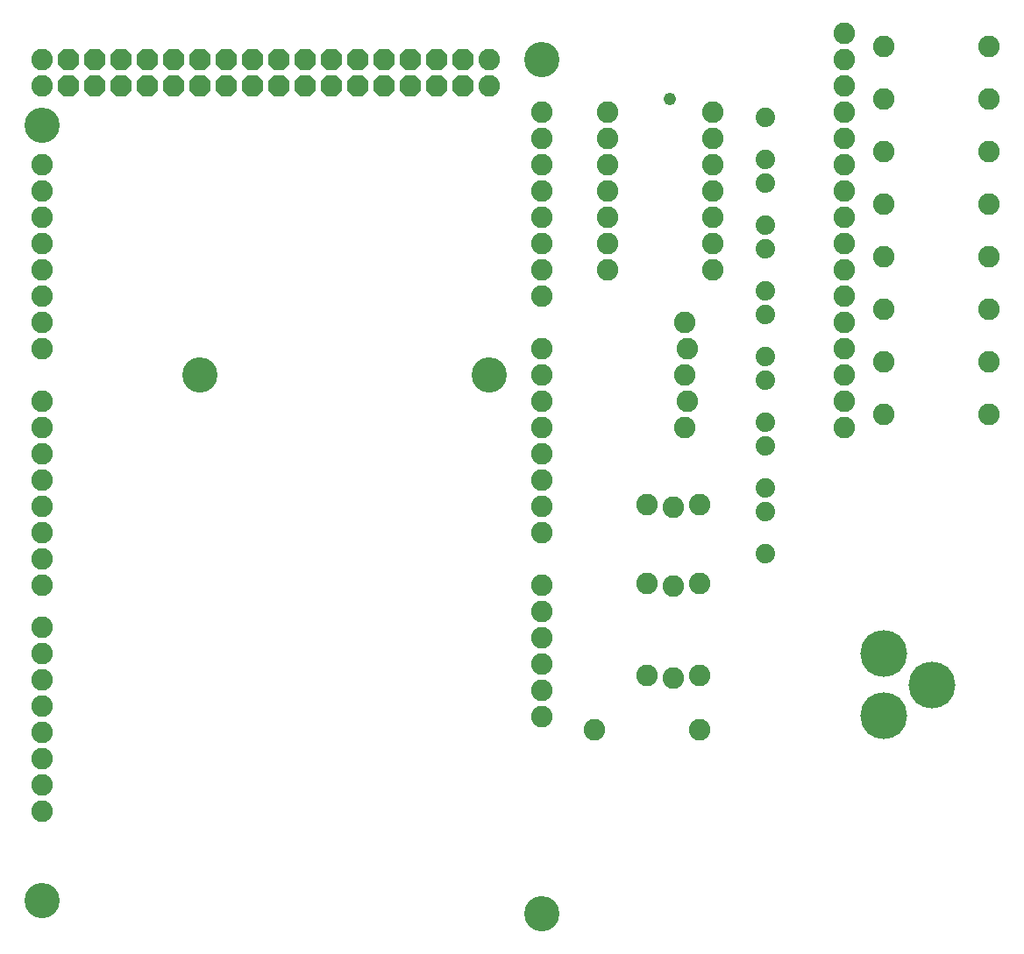
<source format=gts>
G75*
%MOIN*%
%OFA0B0*%
%FSLAX25Y25*%
%IPPOS*%
%LPD*%
%AMOC8*
5,1,8,0,0,1.08239X$1,22.5*
%
%ADD10C,0.08200*%
%ADD11OC8,0.08200*%
%ADD12C,0.13398*%
%ADD13C,0.07400*%
%ADD14C,0.17800*%
%ADD15C,0.04800*%
D10*
X0048333Y0184000D03*
X0048333Y0194000D03*
X0048333Y0204000D03*
X0048333Y0214000D03*
X0048333Y0224000D03*
X0048333Y0234000D03*
X0048333Y0244000D03*
X0048333Y0254000D03*
X0048333Y0270000D03*
X0048333Y0280000D03*
X0048333Y0290000D03*
X0048333Y0300000D03*
X0048333Y0310000D03*
X0048333Y0320000D03*
X0048333Y0330000D03*
X0048333Y0340000D03*
X0048333Y0360000D03*
X0048333Y0370000D03*
X0048333Y0380000D03*
X0048333Y0390000D03*
X0048333Y0400000D03*
X0048333Y0410000D03*
X0048333Y0420000D03*
X0048333Y0430000D03*
X0048333Y0460000D03*
X0048333Y0470000D03*
X0218333Y0470000D03*
X0218333Y0460000D03*
X0238333Y0450000D03*
X0238333Y0440000D03*
X0238333Y0430000D03*
X0238333Y0420000D03*
X0238333Y0410000D03*
X0238333Y0400000D03*
X0238333Y0390000D03*
X0238333Y0380000D03*
X0238333Y0360000D03*
X0238333Y0350000D03*
X0238333Y0340000D03*
X0238333Y0330000D03*
X0238333Y0320000D03*
X0238333Y0310000D03*
X0238333Y0300000D03*
X0238333Y0290000D03*
X0238333Y0270000D03*
X0238333Y0260000D03*
X0238333Y0250000D03*
X0238333Y0240000D03*
X0238333Y0230000D03*
X0238333Y0220000D03*
X0258333Y0215000D03*
X0278333Y0235500D03*
X0288333Y0234500D03*
X0298333Y0235500D03*
X0298333Y0215000D03*
X0288333Y0269500D03*
X0298333Y0270500D03*
X0278333Y0270500D03*
X0288333Y0299500D03*
X0298333Y0300500D03*
X0278333Y0300500D03*
X0292833Y0330000D03*
X0293833Y0340000D03*
X0292833Y0350000D03*
X0293833Y0360000D03*
X0292833Y0370000D03*
X0303333Y0390000D03*
X0303333Y0400000D03*
X0303333Y0410000D03*
X0303333Y0420000D03*
X0303333Y0430000D03*
X0303333Y0440000D03*
X0303333Y0450000D03*
X0263333Y0450000D03*
X0263333Y0440000D03*
X0263333Y0430000D03*
X0263333Y0420000D03*
X0263333Y0410000D03*
X0263333Y0400000D03*
X0263333Y0390000D03*
X0353333Y0390000D03*
X0353333Y0380000D03*
X0353333Y0370000D03*
X0353333Y0360000D03*
X0353333Y0350000D03*
X0353333Y0340000D03*
X0353333Y0330000D03*
X0368333Y0335000D03*
X0368333Y0355000D03*
X0368333Y0375000D03*
X0368333Y0395000D03*
X0353333Y0400000D03*
X0353333Y0410000D03*
X0353333Y0420000D03*
X0353333Y0430000D03*
X0353333Y0440000D03*
X0353333Y0450000D03*
X0353333Y0460000D03*
X0353333Y0470000D03*
X0353333Y0480000D03*
X0368333Y0475000D03*
X0368333Y0455000D03*
X0368333Y0435000D03*
X0368333Y0415000D03*
X0408333Y0415000D03*
X0408333Y0395000D03*
X0408333Y0375000D03*
X0408333Y0355000D03*
X0408333Y0335000D03*
X0408333Y0435000D03*
X0408333Y0455000D03*
X0408333Y0475000D03*
D11*
X0208333Y0470000D03*
X0198333Y0470000D03*
X0198333Y0460000D03*
X0208333Y0460000D03*
X0188333Y0460000D03*
X0178333Y0460000D03*
X0168333Y0460000D03*
X0168333Y0470000D03*
X0178333Y0470000D03*
X0188333Y0470000D03*
X0158333Y0470000D03*
X0148333Y0470000D03*
X0138333Y0470000D03*
X0138333Y0460000D03*
X0148333Y0460000D03*
X0158333Y0460000D03*
X0128333Y0460000D03*
X0118333Y0460000D03*
X0108333Y0460000D03*
X0108333Y0470000D03*
X0118333Y0470000D03*
X0128333Y0470000D03*
X0098333Y0470000D03*
X0088333Y0470000D03*
X0078333Y0470000D03*
X0078333Y0460000D03*
X0088333Y0460000D03*
X0098333Y0460000D03*
X0068333Y0460000D03*
X0058333Y0460000D03*
X0058333Y0470000D03*
X0068333Y0470000D03*
D12*
X0048333Y0150000D03*
X0108333Y0350000D03*
X0048333Y0445000D03*
X0218333Y0350000D03*
X0238333Y0470000D03*
X0238333Y0145000D03*
D13*
X0323333Y0282126D03*
X0323333Y0297874D03*
X0323333Y0307126D03*
X0323333Y0322874D03*
X0323333Y0332126D03*
X0323333Y0347874D03*
X0323333Y0357126D03*
X0323333Y0372874D03*
X0323333Y0382126D03*
X0323333Y0397874D03*
X0323333Y0407126D03*
X0323333Y0422874D03*
X0323333Y0432126D03*
X0323333Y0447874D03*
D14*
X0368333Y0243937D03*
X0386837Y0232126D03*
X0368333Y0220315D03*
D15*
X0287033Y0454900D03*
M02*

</source>
